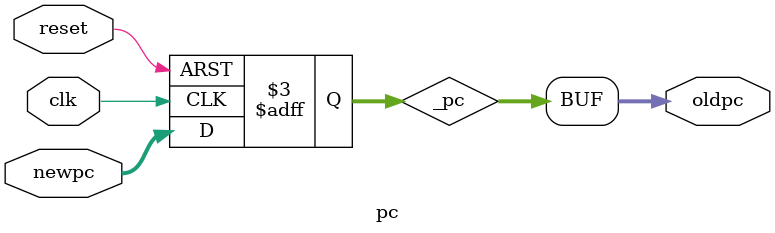
<source format=v>
module pc(
    input [31:0] newpc,
    input clk,
    input reset,
    output [31:0] oldpc
    );
	
	reg [31:0] _pc;
	
always@(posedge clk or posedge reset)begin
		  if(reset == 1'b1) begin
		      _pc <= 32'h00003000;
		  end
		  else begin
			   _pc  <= newpc;
		  end
	 end	
	assign oldpc = _pc;
endmodule



</source>
